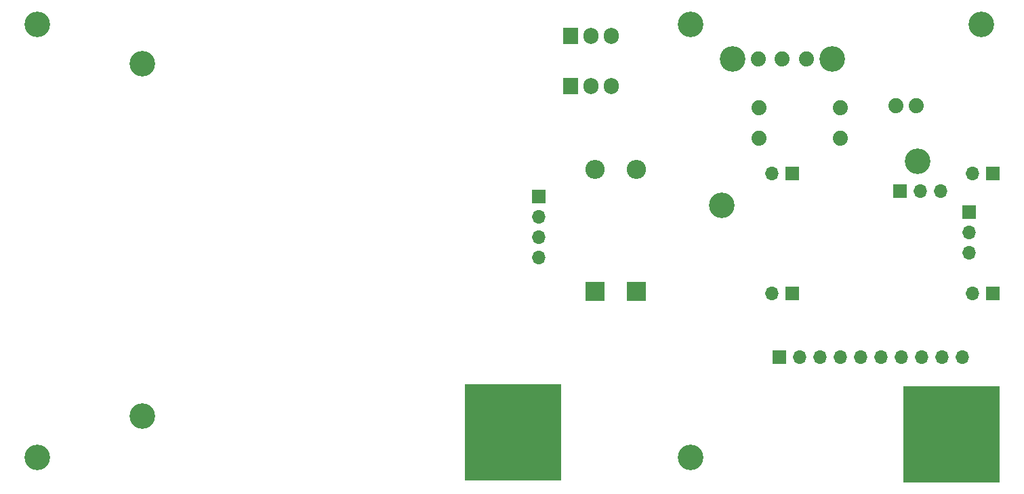
<source format=gbr>
G04 #@! TF.GenerationSoftware,KiCad,Pcbnew,5.99.0-unknown-da005bd2a6~101~ubuntu20.04.1*
G04 #@! TF.CreationDate,2021-02-28T21:44:41+09:00*
G04 #@! TF.ProjectId,M5_board_bGeigieRaku V1.9,4d355f62-6f61-4726-945f-624765696769,rev?*
G04 #@! TF.SameCoordinates,PX563e908PY447d14c*
G04 #@! TF.FileFunction,Soldermask,Bot*
G04 #@! TF.FilePolarity,Negative*
%FSLAX46Y46*%
G04 Gerber Fmt 4.6, Leading zero omitted, Abs format (unit mm)*
G04 Created by KiCad (PCBNEW 5.99.0-unknown-da005bd2a6~101~ubuntu20.04.1) date 2021-02-28 21:44:41*
%MOMM*%
%LPD*%
G01*
G04 APERTURE LIST*
%ADD10C,1.879600*%
%ADD11C,3.200000*%
%ADD12R,1.700000X1.700000*%
%ADD13O,1.700000X1.700000*%
%ADD14C,3.203200*%
%ADD15R,2.400000X2.400000*%
%ADD16O,2.400000X2.400000*%
%ADD17R,12.000000X12.000000*%
%ADD18R,1.905000X2.000000*%
%ADD19O,1.905000X2.000000*%
G04 APERTURE END LIST*
D10*
X90389200Y-10428500D03*
X100549200Y-10428500D03*
D11*
X218800Y-54116500D03*
D12*
X119599200Y-33669500D03*
D13*
X117059200Y-33669500D03*
D12*
X62899200Y-21564500D03*
D13*
X62899200Y-24104500D03*
X62899200Y-26644500D03*
X62899200Y-29184500D03*
D10*
X96310200Y-4332500D03*
X93310200Y-4332500D03*
X90310200Y-4332500D03*
D14*
X99560200Y-4332500D03*
X87060200Y-4332500D03*
D10*
X110019200Y-10189500D03*
X107479200Y-10189500D03*
D11*
X110211200Y-17164500D03*
X85700200Y-22625500D03*
D12*
X119599200Y-18683500D03*
D13*
X117059200Y-18683500D03*
D12*
X92974200Y-41589500D03*
D13*
X95514200Y-41589500D03*
X98054200Y-41589500D03*
X100594200Y-41589500D03*
X103134200Y-41589500D03*
X105674200Y-41589500D03*
X108214200Y-41589500D03*
X110754200Y-41589500D03*
X113294200Y-41589500D03*
X115834200Y-41589500D03*
D11*
X13374200Y-4964500D03*
X81873800Y0D03*
X13374200Y-48989500D03*
D10*
X100549200Y-14238500D03*
X90389200Y-14238500D03*
D12*
X116674200Y-23514500D03*
D13*
X116674200Y-26054500D03*
X116674200Y-28594500D03*
D15*
X75054200Y-33364500D03*
D16*
X75054200Y-18124500D03*
D11*
X118202200Y0D03*
D12*
X94580200Y-18683500D03*
D13*
X92040200Y-18683500D03*
D12*
X94580200Y-33669500D03*
D13*
X92040200Y-33669500D03*
D11*
X218800Y0D03*
X81873800Y-54116500D03*
X118202200Y-54116500D03*
D15*
X69904200Y-33364500D03*
D16*
X69904200Y-18124500D03*
D12*
X108042200Y-20842500D03*
D13*
X110582200Y-20842500D03*
X113122200Y-20842500D03*
D17*
X114473800Y-51224500D03*
X59673800Y-51014500D03*
D18*
X66824200Y-1494500D03*
D19*
X69364200Y-1494500D03*
X71904200Y-1494500D03*
D18*
X66844200Y-7749500D03*
D19*
X69384200Y-7749500D03*
X71924200Y-7749500D03*
M02*

</source>
